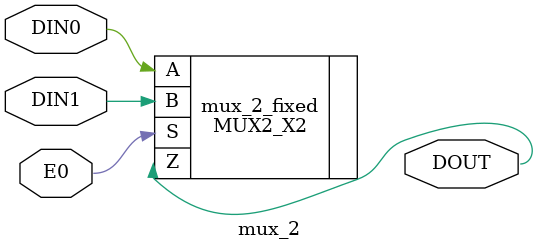
<source format=sv>
module mux_2(
    input wire logic DIN0,
	input wire logic DIN1,
    input wire logic E0,
    output wire logic DOUT 
);

MUX2_X2 mux_2_fixed (
		        // user-provided signals
		        .A(DIN0), // Input
		        .B(DIN1),
				.Z(DOUT), // Output
		        .S(E0) 
	        );

endmodule
</source>
